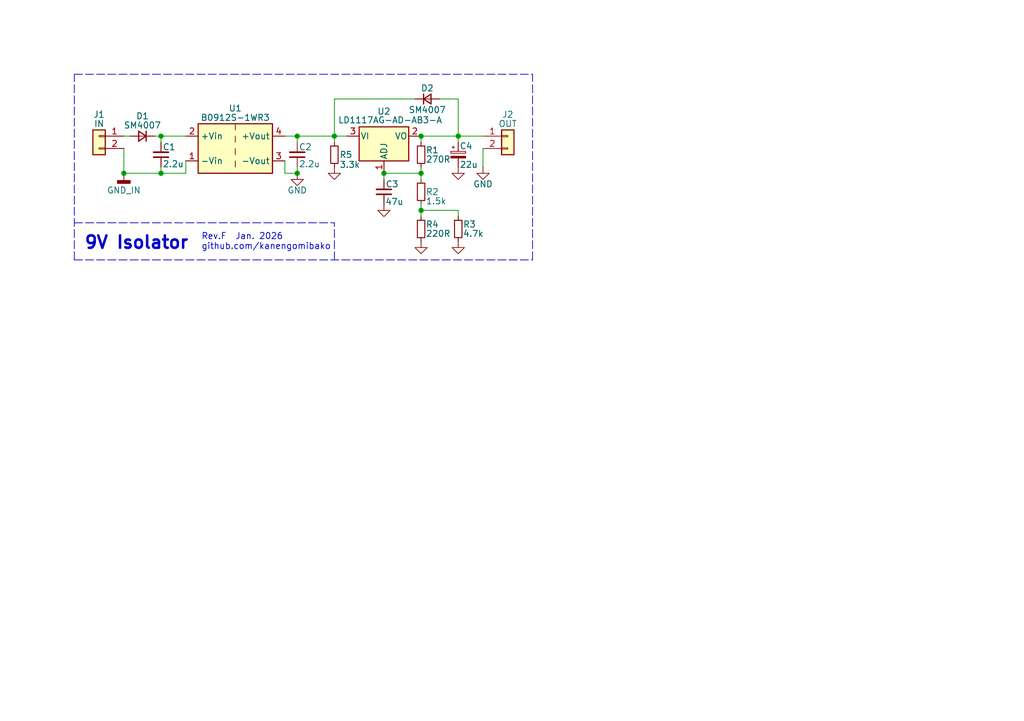
<source format=kicad_sch>
(kicad_sch (version 20250114) (generator "eeschema") (generator_version "9.0")
  (paper "A5")
  (lib_symbols
    (symbol "Connector_Generic:Conn_01x02" (pin_names (offset 1.016) (hide yes))
      (property "Reference" "J" (at 0 2.54 0))
      (property "Value" "Conn_01x02" (at 0 -5.08 0))
      (symbol "Conn_01x02_1_1"
        (rectangle (start -1.27 1.27) (end 1.27 -3.81) (stroke (width 0.254)) (fill (type background)))
        (rectangle (start -1.27 0.127) (end 0 -0.127) (stroke (width 0.1524)))
        (rectangle (start -1.27 -2.413) (end 0 -2.667) (stroke (width 0.1524)))
        (pin passive line (at -5.08 0 0) (length 3.81) (name "Pin_1") (number "1"))
        (pin passive line (at -5.08 -2.54 0) (length 3.81) (name "Pin_2") (number "2"))
      )
    )
    (symbol "Converter_DCDC:MEE1S0512SC"
      (property "Reference" "PS" (at -7.62 6.35 0))
      (property "Value" "MEE1S0512SC" (at 1.27 6.35 0))
      (symbol "MEE1S0512SC_0_0"
        (pin power_in line (at -10.16 2.54 0) (length 2.54) (name "+Vin") (number "2"))
        (pin power_in line (at -10.16 -2.54 0) (length 2.54) (name "-Vin") (number "1"))
        (pin power_out line (at 10.16 2.54 180) (length 2.54) (name "+Vout") (number "4"))
        (pin power_out line (at 10.16 -2.54 180) (length 2.54) (name "-Vout") (number "3"))
      )
      (symbol "MEE1S0512SC_0_1"
        (rectangle (start -7.62 5.08) (end 7.62 -5.08) (stroke (width 0.254)) (fill (type background)))
        (polyline (pts (xy 0 5.08) (xy 0 3.81)))
        (polyline (pts (xy 0 2.54) (xy 0 1.27)))
        (polyline (pts (xy 0 0) (xy 0 -1.27)))
        (polyline (pts (xy 0 -2.54) (xy 0 -3.81)))
      )
    )
    (symbol "Device:C_Polarized_Small" (pin_numbers (hide yes)) (pin_names (offset 0.254) (hide yes))
      (property "Reference" "C" (at 0.254 1.778 0))
      (property "Value" "C_Polarized_Small" (at 0.254 -2.032 0))
      (symbol "C_Polarized_Small_0_1"
        (rectangle (start -1.524 0.6858) (end 1.524 0.3048))
        (rectangle (start -1.524 -0.3048) (end 1.524 -0.6858) (fill (type outline)))
        (polyline (pts (xy -1.27 1.524) (xy -0.762 1.524)))
        (polyline (pts (xy -1.016 1.27) (xy -1.016 1.778)))
      )
      (symbol "C_Polarized_Small_1_1"
        (pin passive line (at 0 2.54 270) (length 1.8542) (name "~") (number "1"))
        (pin passive line (at 0 -2.54 90) (length 1.8542) (name "~") (number "2"))
      )
    )
    (symbol "Device:C_Small" (pin_numbers (hide yes)) (pin_names (offset 0.254) (hide yes))
      (property "Reference" "C" (at 0.254 1.778 0))
      (property "Value" "C_Small" (at 0.254 -2.032 0))
      (symbol "C_Small_0_1"
        (polyline (pts (xy -1.524 0.508) (xy 1.524 0.508)) (stroke (width 0.3048)))
        (polyline (pts (xy -1.524 -0.508) (xy 1.524 -0.508)) (stroke (width 0.3302)))
      )
      (symbol "C_Small_1_1"
        (pin passive line (at 0 2.54 270) (length 2.032) (name "~") (number "1"))
        (pin passive line (at 0 -2.54 90) (length 2.032) (name "~") (number "2"))
      )
    )
    (symbol "Device:D_Small" (pin_numbers (hide yes)) (pin_names (offset 0.254) (hide yes))
      (property "Reference" "D" (at -1.27 2.032 0))
      (property "Value" "D_Small" (at -3.81 -2.032 0))
      (symbol "D_Small_0_1"
        (polyline (pts (xy -0.762 0) (xy 0.762 0)))
        (polyline (pts (xy -0.762 -1.016) (xy -0.762 1.016)) (stroke (width 0.254)))
        (polyline (pts (xy 0.762 -1.016) (xy -0.762 0) (xy 0.762 1.016) (xy 0.762 -1.016)) (stroke (width 0.254)))
      )
      (symbol "D_Small_1_1"
        (pin passive line (at -2.54 0 0) (length 1.778) (name "K") (number "1"))
        (pin passive line (at 2.54 0 180) (length 1.778) (name "A") (number "2"))
      )
    )
    (symbol "Device:R_Small" (pin_numbers (hide yes)) (pin_names (offset 0.254) (hide yes))
      (property "Reference" "R" (at 0 0 90))
      (property "Value" "R_Small" (at 1.778 0 90))
      (symbol "R_Small_0_1"
        (rectangle (start -0.762 1.778) (end 0.762 -1.778) (stroke (width 0.2032)))
      )
      (symbol "R_Small_1_1"
        (pin passive line (at 0 2.54 270) (length 0.762) (name "~") (number "1"))
        (pin passive line (at 0 -2.54 90) (length 0.762) (name "~") (number "2"))
      )
    )
    (symbol "Regulator_Linear:LM317_TO-252" (pin_names (offset 0.254))
      (property "Reference" "U" (at -3.81 3.175 0))
      (property "Value" "LM317_TO-252" (at 0 3.175 0))
      (symbol "LM317_TO-252_0_1"
        (rectangle (start -5.08 1.905) (end 5.08 -5.08) (stroke (width 0.254)) (fill (type background)))
      )
      (symbol "LM317_TO-252_1_1"
        (pin power_in line (at -7.62 0 0) (length 2.54) (name "VI") (number "3"))
        (pin input line (at 0 -7.62 90) (length 2.54) (name "ADJ") (number "1"))
        (pin power_out line (at 7.62 0 180) (length 2.54) (name "VO") (number "2"))
      )
    )
    (symbol "power:GND" (power) (pin_numbers (hide yes)) (pin_names (offset 0) (hide yes))
      (property "Value" "GND" (at 0 -3.81 0))
      (symbol "GND_0_1"
        (polyline (pts (xy 0 0) (xy 0 -1.27) (xy 1.27 -1.27) (xy 0 -2.54) (xy -1.27 -1.27) (xy 0 -1.27)))
      )
      (symbol "GND_1_1"
        (pin power_in line (at 0 0 270) (length 0) (name "~") (number "1"))
      )
    )
    (symbol "power:GNDD" (power) (pin_numbers (hide yes)) (pin_names (offset 0) (hide yes))
      (property "Value" "GNDD" (at 0 -3.175 0))
      (symbol "GNDD_0_1"
        (rectangle (start -1.27 -1.524) (end 1.27 -2.032) (stroke (width 0.254)) (fill (type outline)))
        (polyline (pts (xy 0 0) (xy 0 -1.524)))
      )
      (symbol "GNDD_1_1"
        (pin power_in line (at 0 0 270) (length 0) (name "~") (number "1"))
      )
    )
  )
  (text "9V Isolator" (at 17.145 51.435 0) (effects (font (size 2.54 2.54) (thickness 0.508) (bold yes)) (justify left bottom)))
  (text "Rev.F  Jan. 2026\ngithub.com/kanengomibako" (at 41.275 51.435 0) (effects (font (size 1.27 1.27)) (justify left bottom)))
  (junction (at 33.02 35.56))
  (junction (at 68.58 27.94))
  (junction (at 78.74 35.56))
  (junction (at 86.36 43.18))
  (junction (at 86.36 27.94))
  (junction (at 60.96 27.94))
  (junction (at 93.98 27.94))
  (junction (at 86.36 35.56))
  (junction (at 60.96 35.56))
  (junction (at 25.4 35.56))
  (junction (at 33.02 27.94))
  (wire (pts (xy 93.98 27.94) (xy 93.98 29.21)))
  (wire (pts (xy 68.58 20.32) (xy 85.09 20.32)))
  (wire (pts (xy 60.96 34.29) (xy 60.96 35.56)))
  (polyline (pts (xy 15.24 45.72) (xy 68.58 45.72)) (stroke (width 0) (type dash)))
  (wire (pts (xy 86.36 41.91) (xy 86.36 43.18)))
  (wire (pts (xy 86.36 43.18) (xy 93.98 43.18)))
  (wire (pts (xy 99.06 30.48) (xy 99.06 34.29)))
  (wire (pts (xy 86.36 34.29) (xy 86.36 35.56)))
  (wire (pts (xy 33.02 27.94) (xy 33.02 29.21)))
  (wire (pts (xy 58.42 35.56) (xy 60.96 35.56)))
  (wire (pts (xy 58.42 27.94) (xy 60.96 27.94)))
  (polyline (pts (xy 15.24 53.34) (xy 15.24 15.24)) (stroke (width 0) (type dash)))
  (wire (pts (xy 78.74 35.56) (xy 86.36 35.56)))
  (wire (pts (xy 31.75 27.94) (xy 33.02 27.94)))
  (wire (pts (xy 90.17 20.32) (xy 93.98 20.32)))
  (wire (pts (xy 25.4 35.56) (xy 33.02 35.56)))
  (wire (pts (xy 60.96 27.94) (xy 68.58 27.94)))
  (wire (pts (xy 38.1 33.02) (xy 38.1 35.56)))
  (polyline (pts (xy 109.22 53.34) (xy 109.22 15.24)) (stroke (width 0) (type dash)))
  (wire (pts (xy 93.98 27.94) (xy 99.06 27.94)))
  (wire (pts (xy 86.36 43.18) (xy 86.36 44.45)))
  (wire (pts (xy 33.02 35.56) (xy 38.1 35.56)))
  (wire (pts (xy 58.42 33.02) (xy 58.42 35.56)))
  (wire (pts (xy 86.36 36.83) (xy 86.36 35.56)))
  (polyline (pts (xy 15.24 15.24) (xy 109.22 15.24)) (stroke (width 0) (type dash)))
  (wire (pts (xy 86.36 27.94) (xy 86.36 29.21)))
  (wire (pts (xy 33.02 34.29) (xy 33.02 35.56)))
  (wire (pts (xy 33.02 27.94) (xy 38.1 27.94)))
  (polyline (pts (xy 15.24 53.34) (xy 109.22 53.34)) (stroke (width 0) (type dash)))
  (wire (pts (xy 60.96 27.94) (xy 60.96 29.21)))
  (polyline (pts (xy 68.58 53.34) (xy 68.58 45.72)) (stroke (width 0) (type dash)))
  (wire (pts (xy 86.36 27.94) (xy 93.98 27.94)))
  (wire (pts (xy 68.58 20.32) (xy 68.58 27.94)))
  (wire (pts (xy 25.4 35.56) (xy 25.4 30.48)))
  (wire (pts (xy 78.74 35.56) (xy 78.74 36.83)))
  (wire (pts (xy 93.98 43.18) (xy 93.98 44.45)))
  (wire (pts (xy 68.58 27.94) (xy 68.58 29.21)))
  (wire (pts (xy 68.58 27.94) (xy 71.12 27.94)))
  (wire (pts (xy 93.98 20.32) (xy 93.98 27.94)))
  (wire (pts (xy 25.4 27.94) (xy 26.67 27.94)))
  (symbol (lib_id "Device:R_Small") (at 86.36 39.37 0) (unit 1)
    (property "Reference" "R2" (at 87.3125 39.37 0) (effects (justify left)))
    (property "Value" "1.5k" (at 87.3125 41.275 0) (effects (justify left)))
    (property "Footprint" "Resistor_SMD:R_0603_1608Metric" (effects (hide yes)))
    (property "Description" "Resistor, small symbol" (effects (hide yes)))
    (property "LCSC" "C22843" (effects (hide yes)))
  )
  (symbol (lib_id "Device:D_Small") (at 29.21 27.94 0) (mirror y) (unit 1)
    (property "Reference" "D1" (at 29.21 23.8125 0))
    (property "Value" "SM4007" (at 29.21 25.7175 0))
    (property "Footprint" "Diode_SMD:D_SOD-123F" (effects (hide yes)))
    (property "Description" "Diode, small symbol" (effects (hide yes)))
    (property "LCSC" "C64898" (effects (hide yes)))
    (property "Sim.Device" "D" (effects (hide yes)))
    (property "Sim.Pins" "1=K 2=A" (effects (hide yes)))
  )
  (symbol (lib_id "Device:C_Small") (at 60.96 31.75 180) (unit 1)
    (property "Reference" "C2" (at 61.2775 30.1625 0) (effects (justify right)))
    (property "Value" "2.2u" (at 61.2775 33.655 0) (effects (justify right)))
    (property "Footprint" "Capacitor_SMD:C_0805_2012Metric" (effects (hide yes)))
    (property "Datasheet" "CL21A225KBQNNNE" (effects (hide yes)))
    (property "LCSC" "C377773" (effects (hide yes)))
  )
  (symbol (lib_id "Regulator_Linear:LM317_TO-252") (at 78.74 27.94 0) (unit 1)
    (property "Reference" "U2" (at 78.74 22.86 0))
    (property "Value" "LD1117AG-AD-AB3-A" (at 80.01 24.638 0))
    (property "Footprint" "Package_TO_SOT_SMD:SOT-89-3" (effects (hide yes)))
    (property "Datasheet" "LD1117AG-AD-AB3-A" (effects (hide yes)))
    (property "LCSC" "C80540" (effects (hide yes)))
  )
  (symbol (lib_id "power:GND") (at 93.98 34.29 0) (unit 1)
    (property "Reference" "#PWR010" (effects (hide yes)))
    (property "Value" "GND" (effects (hide yes)))
    (property "Description" "Power symbol creates a global label with name \"GND\" , ground" (effects (hide yes)))
  )
  (symbol (lib_id "power:GND") (at 60.96 35.56 0) (unit 1)
    (property "Reference" "#PWR04" (effects (hide yes)))
    (property "Value" "GND" (at 60.96 39.0525 0))
    (property "Description" "Power symbol creates a global label with name \"GND\" , ground" (effects (hide yes)))
  )
  (symbol (lib_id "Device:C_Polarized_Small") (at 93.98 31.75 0) (unit 1)
    (property "Reference" "C4" (at 94.234 29.972 0) (effects (justify left)))
    (property "Value" "22u" (at 94.234 33.782 0) (effects (justify left)))
    (property "Footprint" "Capacitor_Tantalum_SMD:CP_EIA-3528-15_AVX-H" (effects (hide yes)))
    (property "Datasheet" "TAJB226K020RNJ" (effects (hide yes)))
    (property "LCSC" "C7199" (effects (hide yes)))
  )
  (symbol (lib_id "power:GND") (at 78.74 41.91 0) (unit 1)
    (property "Reference" "#PWR07" (effects (hide yes)))
    (property "Value" "GND" (effects (hide yes)))
    (property "Description" "Power symbol creates a global label with name \"GND\" , ground" (effects (hide yes)))
  )
  (symbol (lib_id "Device:R_Small") (at 86.36 46.99 0) (unit 1)
    (property "Reference" "R4" (at 87.3125 46.0375 0) (effects (justify left)))
    (property "Value" "220R" (at 87.3125 47.9425 0) (effects (justify left)))
    (property "Footprint" "Resistor_SMD:R_0603_1608Metric" (effects (hide yes)))
    (property "Description" "Resistor, small symbol" (effects (hide yes)))
    (property "LCSC" "C22962" (effects (hide yes)))
  )
  (symbol (lib_id "Device:C_Small") (at 33.02 31.75 180) (unit 1)
    (property "Reference" "C1" (at 33.3375 30.1625 0) (effects (justify right)))
    (property "Value" "2.2u" (at 33.3375 33.655 0) (effects (justify right)))
    (property "Footprint" "Capacitor_SMD:C_0805_2012Metric" (effects (hide yes)))
    (property "Datasheet" "CL21A225KBQNNNE" (effects (hide yes)))
    (property "LCSC" "C377773" (effects (hide yes)))
  )
  (symbol (lib_id "power:GND") (at 99.06 34.29 0) (unit 1)
    (property "Reference" "#PWR011" (effects (hide yes)))
    (property "Value" "GND" (at 99.06 37.7825 0))
    (property "Description" "Power symbol creates a global label with name \"GND\" , ground" (effects (hide yes)))
  )
  (symbol (lib_id "Device:D_Small") (at 87.63 20.32 0) (mirror x) (unit 1)
    (property "Reference" "D2" (at 87.63 18.0975 0))
    (property "Value" "SM4007" (at 87.63 22.5425 0))
    (property "Footprint" "Diode_SMD:D_SOD-123F" (effects (hide yes)))
    (property "Description" "Diode, small symbol" (effects (hide yes)))
    (property "LCSC" "C64898" (effects (hide yes)))
    (property "Sim.Device" "D" (effects (hide yes)))
    (property "Sim.Pins" "1=K 2=A" (effects (hide yes)))
  )
  (symbol (lib_id "Device:C_Small") (at 78.74 39.37 180) (unit 1)
    (property "Reference" "C3" (at 79.0575 37.7825 0) (effects (justify right)))
    (property "Value" "47u" (at 78.994 41.402 0) (effects (justify right)))
    (property "Footprint" "Capacitor_SMD:C_1206_3216Metric" (effects (hide yes)))
    (property "Datasheet" "CL31A476MPHNNNE" (effects (hide yes)))
    (property "LCSC" "C96123" (effects (hide yes)))
  )
  (symbol (lib_id "Connector_Generic:Conn_01x02") (at 20.32 27.94 0) (mirror y) (unit 1) (in_bom no)
    (property "Reference" "J1" (at 20.32 23.495 0))
    (property "Value" "IN" (at 20.32 25.4 0))
    (property "Footprint" "myFoot:my_conn" (effects (hide yes)))
  )
  (symbol (lib_id "Device:R_Small") (at 86.36 31.75 0) (unit 1)
    (property "Reference" "R1" (at 87.3125 30.7975 0) (effects (justify left)))
    (property "Value" "270R" (at 87.3125 32.7025 0) (effects (justify left)))
    (property "Footprint" "Resistor_SMD:R_0603_1608Metric" (effects (hide yes)))
    (property "Description" "Resistor, small symbol" (effects (hide yes)))
    (property "LCSC" "C22966" (effects (hide yes)))
  )
  (symbol (lib_id "Device:R_Small") (at 68.58 31.75 0) (unit 1)
    (property "Reference" "R5" (at 69.596 31.75 0) (effects (justify left)))
    (property "Value" "3.3k" (at 69.596 33.782 0) (effects (justify left)))
    (property "Footprint" "Resistor_SMD:R_0603_1608Metric" (effects (hide yes)))
    (property "Description" "Resistor, small symbol" (effects (hide yes)))
    (property "LCSC" "C22978" (effects (hide yes)))
  )
  (symbol (lib_id "Converter_DCDC:MEE1S0512SC") (at 48.26 30.48 0) (unit 1) (in_bom no)
    (property "Reference" "U1" (at 48.26 22.225 0))
    (property "Value" "B0912S-1WR3" (at 48.26 24.13 0))
    (property "Footprint" "Converter_DCDC:Converter_DCDC_Murata_MEE1SxxxxSC_THT" (effects (hide yes)))
    (property "Datasheet" "B0912S-1WR3" (effects (hide yes)))
  )
  (symbol (lib_id "power:GND") (at 93.98 49.53 0) (unit 1)
    (property "Reference" "#PWR02" (effects (hide yes)))
    (property "Value" "GND" (effects (hide yes)))
    (property "Description" "Power symbol creates a global label with name \"GND\" , ground" (effects (hide yes)))
  )
  (symbol (lib_id "power:GND") (at 86.36 49.53 0) (unit 1)
    (property "Reference" "#PWR03" (effects (hide yes)))
    (property "Value" "GND" (effects (hide yes)))
    (property "Description" "Power symbol creates a global label with name \"GND\" , ground" (effects (hide yes)))
  )
  (symbol (lib_id "Device:R_Small") (at 93.98 46.99 0) (unit 1)
    (property "Reference" "R3" (at 94.9325 46.0375 0) (effects (justify left)))
    (property "Value" "4.7k" (at 94.9325 47.9425 0) (effects (justify left)))
    (property "Footprint" "Resistor_SMD:R_0603_1608Metric" (effects (hide yes)))
    (property "Description" "Resistor, small symbol" (effects (hide yes)))
    (property "LCSC" "C23162" (effects (hide yes)))
  )
  (symbol (lib_id "power:GND") (at 68.58 34.29 0) (unit 1)
    (property "Reference" "#PWR05" (effects (hide yes)))
    (property "Value" "GND" (effects (hide yes)))
    (property "Description" "Power symbol creates a global label with name \"GND\" , ground" (effects (hide yes)))
  )
  (symbol (lib_id "power:GNDD") (at 25.4 35.56 0) (unit 1)
    (property "Reference" "#PWR01" (effects (hide yes)))
    (property "Value" "GND_IN" (at 25.4 39.0525 0))
    (property "Description" "Power symbol creates a global label with name \"GNDD\" , digital ground" (effects (hide yes)))
  )
  (symbol (lib_id "Connector_Generic:Conn_01x02") (at 104.14 27.94 0) (unit 1) (in_bom no)
    (property "Reference" "J2" (at 104.14 23.495 0))
    (property "Value" "OUT" (at 104.14 25.4 0))
    (property "Footprint" "myFoot:my_conn" (effects (hide yes)))
  )
)
</source>
